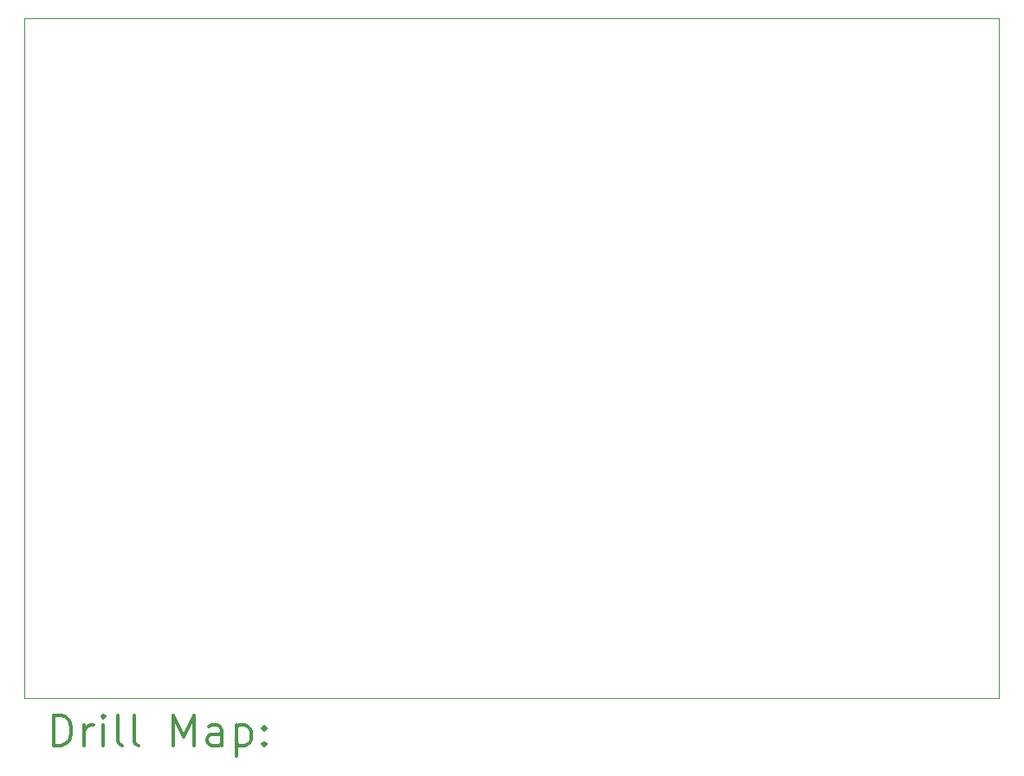
<source format=gbr>
%FSLAX45Y45*%
G04 Gerber Fmt 4.5, Leading zero omitted, Abs format (unit mm)*
G04 Created by KiCad (PCBNEW (5.1.5)-3) date 2021-01-23 10:23:00*
%MOMM*%
%LPD*%
G04 APERTURE LIST*
%TA.AperFunction,Profile*%
%ADD10C,0.050000*%
%TD*%
%ADD11C,0.200000*%
%ADD12C,0.300000*%
G04 APERTURE END LIST*
D10*
X10795000Y-1143000D02*
X10795000Y-7785100D01*
X1270000Y-1143000D02*
X10795000Y-1143000D01*
X1270000Y-7785100D02*
X1270000Y-1143000D01*
X10795000Y-7785100D02*
X1270000Y-7785100D01*
D11*
D12*
X1553928Y-8253314D02*
X1553928Y-7953314D01*
X1625357Y-7953314D01*
X1668214Y-7967600D01*
X1696786Y-7996171D01*
X1711071Y-8024743D01*
X1725357Y-8081886D01*
X1725357Y-8124743D01*
X1711071Y-8181886D01*
X1696786Y-8210457D01*
X1668214Y-8239029D01*
X1625357Y-8253314D01*
X1553928Y-8253314D01*
X1853928Y-8253314D02*
X1853928Y-8053314D01*
X1853928Y-8110457D02*
X1868214Y-8081886D01*
X1882500Y-8067600D01*
X1911071Y-8053314D01*
X1939643Y-8053314D01*
X2039643Y-8253314D02*
X2039643Y-8053314D01*
X2039643Y-7953314D02*
X2025357Y-7967600D01*
X2039643Y-7981886D01*
X2053928Y-7967600D01*
X2039643Y-7953314D01*
X2039643Y-7981886D01*
X2225357Y-8253314D02*
X2196786Y-8239029D01*
X2182500Y-8210457D01*
X2182500Y-7953314D01*
X2382500Y-8253314D02*
X2353928Y-8239029D01*
X2339643Y-8210457D01*
X2339643Y-7953314D01*
X2725357Y-8253314D02*
X2725357Y-7953314D01*
X2825357Y-8167600D01*
X2925357Y-7953314D01*
X2925357Y-8253314D01*
X3196786Y-8253314D02*
X3196786Y-8096171D01*
X3182500Y-8067600D01*
X3153928Y-8053314D01*
X3096786Y-8053314D01*
X3068214Y-8067600D01*
X3196786Y-8239029D02*
X3168214Y-8253314D01*
X3096786Y-8253314D01*
X3068214Y-8239029D01*
X3053928Y-8210457D01*
X3053928Y-8181886D01*
X3068214Y-8153314D01*
X3096786Y-8139029D01*
X3168214Y-8139029D01*
X3196786Y-8124743D01*
X3339643Y-8053314D02*
X3339643Y-8353314D01*
X3339643Y-8067600D02*
X3368214Y-8053314D01*
X3425357Y-8053314D01*
X3453928Y-8067600D01*
X3468214Y-8081886D01*
X3482500Y-8110457D01*
X3482500Y-8196171D01*
X3468214Y-8224743D01*
X3453928Y-8239029D01*
X3425357Y-8253314D01*
X3368214Y-8253314D01*
X3339643Y-8239029D01*
X3611071Y-8224743D02*
X3625357Y-8239029D01*
X3611071Y-8253314D01*
X3596786Y-8239029D01*
X3611071Y-8224743D01*
X3611071Y-8253314D01*
X3611071Y-8067600D02*
X3625357Y-8081886D01*
X3611071Y-8096171D01*
X3596786Y-8081886D01*
X3611071Y-8067600D01*
X3611071Y-8096171D01*
M02*

</source>
